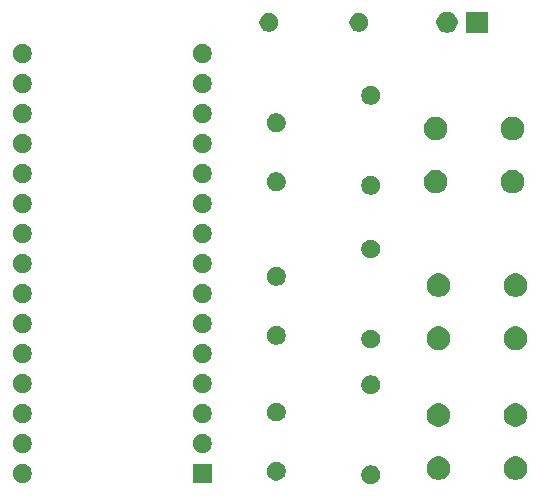
<source format=gbr>
%TF.GenerationSoftware,KiCad,Pcbnew,9.0.1*%
%TF.CreationDate,2025-04-21T23:45:22+05:30*%
%TF.ProjectId,L-1,4c2d312e-6b69-4636-9164-5f7063625858,rev?*%
%TF.SameCoordinates,Original*%
%TF.FileFunction,Soldermask,Bot*%
%TF.FilePolarity,Negative*%
%FSLAX46Y46*%
G04 Gerber Fmt 4.6, Leading zero omitted, Abs format (unit mm)*
G04 Created by KiCad (PCBNEW 9.0.1) date 2025-04-21 23:45:22*
%MOMM*%
%LPD*%
G01*
G04 APERTURE LIST*
G04 APERTURE END LIST*
G36*
X134232228Y-99544448D02*
G01*
X134377117Y-99604463D01*
X134507515Y-99691592D01*
X134618408Y-99802485D01*
X134705537Y-99932883D01*
X134765552Y-100077772D01*
X134796148Y-100231586D01*
X134796148Y-100388414D01*
X134765552Y-100542228D01*
X134705537Y-100687117D01*
X134618408Y-100817515D01*
X134507515Y-100928408D01*
X134377117Y-101015537D01*
X134232228Y-101075552D01*
X134078414Y-101106148D01*
X133921586Y-101106148D01*
X133767772Y-101075552D01*
X133622883Y-101015537D01*
X133492485Y-100928408D01*
X133381592Y-100817515D01*
X133294463Y-100687117D01*
X133234448Y-100542228D01*
X133203852Y-100388414D01*
X133203852Y-100231586D01*
X133234448Y-100077772D01*
X133294463Y-99932883D01*
X133381592Y-99802485D01*
X133492485Y-99691592D01*
X133622883Y-99604463D01*
X133767772Y-99544448D01*
X133921586Y-99513852D01*
X134078414Y-99513852D01*
X134232228Y-99544448D01*
G37*
G36*
X120540000Y-101000000D02*
G01*
X118940000Y-101000000D01*
X118940000Y-99400000D01*
X120540000Y-99400000D01*
X120540000Y-101000000D01*
G37*
G36*
X104732228Y-99434448D02*
G01*
X104877117Y-99494463D01*
X105007515Y-99581592D01*
X105118408Y-99692485D01*
X105205537Y-99822883D01*
X105265552Y-99967772D01*
X105296148Y-100121586D01*
X105296148Y-100278414D01*
X105265552Y-100432228D01*
X105205537Y-100577117D01*
X105118408Y-100707515D01*
X105007515Y-100818408D01*
X104877117Y-100905537D01*
X104732228Y-100965552D01*
X104578414Y-100996148D01*
X104421586Y-100996148D01*
X104267772Y-100965552D01*
X104122883Y-100905537D01*
X103992485Y-100818408D01*
X103881592Y-100707515D01*
X103794463Y-100577117D01*
X103734448Y-100432228D01*
X103703852Y-100278414D01*
X103703852Y-100121586D01*
X103734448Y-99967772D01*
X103794463Y-99822883D01*
X103881592Y-99692485D01*
X103992485Y-99581592D01*
X104122883Y-99494463D01*
X104267772Y-99434448D01*
X104421586Y-99403852D01*
X104578414Y-99403852D01*
X104732228Y-99434448D01*
G37*
G36*
X126232228Y-99234448D02*
G01*
X126377117Y-99294463D01*
X126507515Y-99381592D01*
X126618408Y-99492485D01*
X126705537Y-99622883D01*
X126765552Y-99767772D01*
X126796148Y-99921586D01*
X126796148Y-100078414D01*
X126765552Y-100232228D01*
X126705537Y-100377117D01*
X126618408Y-100507515D01*
X126507515Y-100618408D01*
X126377117Y-100705537D01*
X126232228Y-100765552D01*
X126078414Y-100796148D01*
X125921586Y-100796148D01*
X125767772Y-100765552D01*
X125622883Y-100705537D01*
X125492485Y-100618408D01*
X125381592Y-100507515D01*
X125294463Y-100377117D01*
X125234448Y-100232228D01*
X125203852Y-100078414D01*
X125203852Y-99921586D01*
X125234448Y-99767772D01*
X125294463Y-99622883D01*
X125381592Y-99492485D01*
X125492485Y-99381592D01*
X125622883Y-99294463D01*
X125767772Y-99234448D01*
X125921586Y-99203852D01*
X126078414Y-99203852D01*
X126232228Y-99234448D01*
G37*
G36*
X140040285Y-98793060D02*
G01*
X140221397Y-98868079D01*
X140384393Y-98976990D01*
X140523010Y-99115607D01*
X140631921Y-99278603D01*
X140706940Y-99459715D01*
X140745185Y-99651983D01*
X140745185Y-99848017D01*
X140706940Y-100040285D01*
X140631921Y-100221397D01*
X140523010Y-100384393D01*
X140384393Y-100523010D01*
X140221397Y-100631921D01*
X140040285Y-100706940D01*
X139848017Y-100745185D01*
X139651983Y-100745185D01*
X139459715Y-100706940D01*
X139278603Y-100631921D01*
X139115607Y-100523010D01*
X138976990Y-100384393D01*
X138868079Y-100221397D01*
X138793060Y-100040285D01*
X138754815Y-99848017D01*
X138754815Y-99651983D01*
X138793060Y-99459715D01*
X138868079Y-99278603D01*
X138976990Y-99115607D01*
X139115607Y-98976990D01*
X139278603Y-98868079D01*
X139459715Y-98793060D01*
X139651983Y-98754815D01*
X139848017Y-98754815D01*
X140040285Y-98793060D01*
G37*
G36*
X146540285Y-98793060D02*
G01*
X146721397Y-98868079D01*
X146884393Y-98976990D01*
X147023010Y-99115607D01*
X147131921Y-99278603D01*
X147206940Y-99459715D01*
X147245185Y-99651983D01*
X147245185Y-99848017D01*
X147206940Y-100040285D01*
X147131921Y-100221397D01*
X147023010Y-100384393D01*
X146884393Y-100523010D01*
X146721397Y-100631921D01*
X146540285Y-100706940D01*
X146348017Y-100745185D01*
X146151983Y-100745185D01*
X145959715Y-100706940D01*
X145778603Y-100631921D01*
X145615607Y-100523010D01*
X145476990Y-100384393D01*
X145368079Y-100221397D01*
X145293060Y-100040285D01*
X145254815Y-99848017D01*
X145254815Y-99651983D01*
X145293060Y-99459715D01*
X145368079Y-99278603D01*
X145476990Y-99115607D01*
X145615607Y-98976990D01*
X145778603Y-98868079D01*
X145959715Y-98793060D01*
X146151983Y-98754815D01*
X146348017Y-98754815D01*
X146540285Y-98793060D01*
G37*
G36*
X104732228Y-96894448D02*
G01*
X104877117Y-96954463D01*
X105007515Y-97041592D01*
X105118408Y-97152485D01*
X105205537Y-97282883D01*
X105265552Y-97427772D01*
X105296148Y-97581586D01*
X105296148Y-97738414D01*
X105265552Y-97892228D01*
X105205537Y-98037117D01*
X105118408Y-98167515D01*
X105007515Y-98278408D01*
X104877117Y-98365537D01*
X104732228Y-98425552D01*
X104578414Y-98456148D01*
X104421586Y-98456148D01*
X104267772Y-98425552D01*
X104122883Y-98365537D01*
X103992485Y-98278408D01*
X103881592Y-98167515D01*
X103794463Y-98037117D01*
X103734448Y-97892228D01*
X103703852Y-97738414D01*
X103703852Y-97581586D01*
X103734448Y-97427772D01*
X103794463Y-97282883D01*
X103881592Y-97152485D01*
X103992485Y-97041592D01*
X104122883Y-96954463D01*
X104267772Y-96894448D01*
X104421586Y-96863852D01*
X104578414Y-96863852D01*
X104732228Y-96894448D01*
G37*
G36*
X119972228Y-96894448D02*
G01*
X120117117Y-96954463D01*
X120247515Y-97041592D01*
X120358408Y-97152485D01*
X120445537Y-97282883D01*
X120505552Y-97427772D01*
X120536148Y-97581586D01*
X120536148Y-97738414D01*
X120505552Y-97892228D01*
X120445537Y-98037117D01*
X120358408Y-98167515D01*
X120247515Y-98278408D01*
X120117117Y-98365537D01*
X119972228Y-98425552D01*
X119818414Y-98456148D01*
X119661586Y-98456148D01*
X119507772Y-98425552D01*
X119362883Y-98365537D01*
X119232485Y-98278408D01*
X119121592Y-98167515D01*
X119034463Y-98037117D01*
X118974448Y-97892228D01*
X118943852Y-97738414D01*
X118943852Y-97581586D01*
X118974448Y-97427772D01*
X119034463Y-97282883D01*
X119121592Y-97152485D01*
X119232485Y-97041592D01*
X119362883Y-96954463D01*
X119507772Y-96894448D01*
X119661586Y-96863852D01*
X119818414Y-96863852D01*
X119972228Y-96894448D01*
G37*
G36*
X140040285Y-94293060D02*
G01*
X140221397Y-94368079D01*
X140384393Y-94476990D01*
X140523010Y-94615607D01*
X140631921Y-94778603D01*
X140706940Y-94959715D01*
X140745185Y-95151983D01*
X140745185Y-95348017D01*
X140706940Y-95540285D01*
X140631921Y-95721397D01*
X140523010Y-95884393D01*
X140384393Y-96023010D01*
X140221397Y-96131921D01*
X140040285Y-96206940D01*
X139848017Y-96245185D01*
X139651983Y-96245185D01*
X139459715Y-96206940D01*
X139278603Y-96131921D01*
X139115607Y-96023010D01*
X138976990Y-95884393D01*
X138868079Y-95721397D01*
X138793060Y-95540285D01*
X138754815Y-95348017D01*
X138754815Y-95151983D01*
X138793060Y-94959715D01*
X138868079Y-94778603D01*
X138976990Y-94615607D01*
X139115607Y-94476990D01*
X139278603Y-94368079D01*
X139459715Y-94293060D01*
X139651983Y-94254815D01*
X139848017Y-94254815D01*
X140040285Y-94293060D01*
G37*
G36*
X146540285Y-94293060D02*
G01*
X146721397Y-94368079D01*
X146884393Y-94476990D01*
X147023010Y-94615607D01*
X147131921Y-94778603D01*
X147206940Y-94959715D01*
X147245185Y-95151983D01*
X147245185Y-95348017D01*
X147206940Y-95540285D01*
X147131921Y-95721397D01*
X147023010Y-95884393D01*
X146884393Y-96023010D01*
X146721397Y-96131921D01*
X146540285Y-96206940D01*
X146348017Y-96245185D01*
X146151983Y-96245185D01*
X145959715Y-96206940D01*
X145778603Y-96131921D01*
X145615607Y-96023010D01*
X145476990Y-95884393D01*
X145368079Y-95721397D01*
X145293060Y-95540285D01*
X145254815Y-95348017D01*
X145254815Y-95151983D01*
X145293060Y-94959715D01*
X145368079Y-94778603D01*
X145476990Y-94615607D01*
X145615607Y-94476990D01*
X145778603Y-94368079D01*
X145959715Y-94293060D01*
X146151983Y-94254815D01*
X146348017Y-94254815D01*
X146540285Y-94293060D01*
G37*
G36*
X104732228Y-94354448D02*
G01*
X104877117Y-94414463D01*
X105007515Y-94501592D01*
X105118408Y-94612485D01*
X105205537Y-94742883D01*
X105265552Y-94887772D01*
X105296148Y-95041586D01*
X105296148Y-95198414D01*
X105265552Y-95352228D01*
X105205537Y-95497117D01*
X105118408Y-95627515D01*
X105007515Y-95738408D01*
X104877117Y-95825537D01*
X104732228Y-95885552D01*
X104578414Y-95916148D01*
X104421586Y-95916148D01*
X104267772Y-95885552D01*
X104122883Y-95825537D01*
X103992485Y-95738408D01*
X103881592Y-95627515D01*
X103794463Y-95497117D01*
X103734448Y-95352228D01*
X103703852Y-95198414D01*
X103703852Y-95041586D01*
X103734448Y-94887772D01*
X103794463Y-94742883D01*
X103881592Y-94612485D01*
X103992485Y-94501592D01*
X104122883Y-94414463D01*
X104267772Y-94354448D01*
X104421586Y-94323852D01*
X104578414Y-94323852D01*
X104732228Y-94354448D01*
G37*
G36*
X119972228Y-94354448D02*
G01*
X120117117Y-94414463D01*
X120247515Y-94501592D01*
X120358408Y-94612485D01*
X120445537Y-94742883D01*
X120505552Y-94887772D01*
X120536148Y-95041586D01*
X120536148Y-95198414D01*
X120505552Y-95352228D01*
X120445537Y-95497117D01*
X120358408Y-95627515D01*
X120247515Y-95738408D01*
X120117117Y-95825537D01*
X119972228Y-95885552D01*
X119818414Y-95916148D01*
X119661586Y-95916148D01*
X119507772Y-95885552D01*
X119362883Y-95825537D01*
X119232485Y-95738408D01*
X119121592Y-95627515D01*
X119034463Y-95497117D01*
X118974448Y-95352228D01*
X118943852Y-95198414D01*
X118943852Y-95041586D01*
X118974448Y-94887772D01*
X119034463Y-94742883D01*
X119121592Y-94612485D01*
X119232485Y-94501592D01*
X119362883Y-94414463D01*
X119507772Y-94354448D01*
X119661586Y-94323852D01*
X119818414Y-94323852D01*
X119972228Y-94354448D01*
G37*
G36*
X126232228Y-94234448D02*
G01*
X126377117Y-94294463D01*
X126507515Y-94381592D01*
X126618408Y-94492485D01*
X126705537Y-94622883D01*
X126765552Y-94767772D01*
X126796148Y-94921586D01*
X126796148Y-95078414D01*
X126765552Y-95232228D01*
X126705537Y-95377117D01*
X126618408Y-95507515D01*
X126507515Y-95618408D01*
X126377117Y-95705537D01*
X126232228Y-95765552D01*
X126078414Y-95796148D01*
X125921586Y-95796148D01*
X125767772Y-95765552D01*
X125622883Y-95705537D01*
X125492485Y-95618408D01*
X125381592Y-95507515D01*
X125294463Y-95377117D01*
X125234448Y-95232228D01*
X125203852Y-95078414D01*
X125203852Y-94921586D01*
X125234448Y-94767772D01*
X125294463Y-94622883D01*
X125381592Y-94492485D01*
X125492485Y-94381592D01*
X125622883Y-94294463D01*
X125767772Y-94234448D01*
X125921586Y-94203852D01*
X126078414Y-94203852D01*
X126232228Y-94234448D01*
G37*
G36*
X134232228Y-91924448D02*
G01*
X134377117Y-91984463D01*
X134507515Y-92071592D01*
X134618408Y-92182485D01*
X134705537Y-92312883D01*
X134765552Y-92457772D01*
X134796148Y-92611586D01*
X134796148Y-92768414D01*
X134765552Y-92922228D01*
X134705537Y-93067117D01*
X134618408Y-93197515D01*
X134507515Y-93308408D01*
X134377117Y-93395537D01*
X134232228Y-93455552D01*
X134078414Y-93486148D01*
X133921586Y-93486148D01*
X133767772Y-93455552D01*
X133622883Y-93395537D01*
X133492485Y-93308408D01*
X133381592Y-93197515D01*
X133294463Y-93067117D01*
X133234448Y-92922228D01*
X133203852Y-92768414D01*
X133203852Y-92611586D01*
X133234448Y-92457772D01*
X133294463Y-92312883D01*
X133381592Y-92182485D01*
X133492485Y-92071592D01*
X133622883Y-91984463D01*
X133767772Y-91924448D01*
X133921586Y-91893852D01*
X134078414Y-91893852D01*
X134232228Y-91924448D01*
G37*
G36*
X104732228Y-91814448D02*
G01*
X104877117Y-91874463D01*
X105007515Y-91961592D01*
X105118408Y-92072485D01*
X105205537Y-92202883D01*
X105265552Y-92347772D01*
X105296148Y-92501586D01*
X105296148Y-92658414D01*
X105265552Y-92812228D01*
X105205537Y-92957117D01*
X105118408Y-93087515D01*
X105007515Y-93198408D01*
X104877117Y-93285537D01*
X104732228Y-93345552D01*
X104578414Y-93376148D01*
X104421586Y-93376148D01*
X104267772Y-93345552D01*
X104122883Y-93285537D01*
X103992485Y-93198408D01*
X103881592Y-93087515D01*
X103794463Y-92957117D01*
X103734448Y-92812228D01*
X103703852Y-92658414D01*
X103703852Y-92501586D01*
X103734448Y-92347772D01*
X103794463Y-92202883D01*
X103881592Y-92072485D01*
X103992485Y-91961592D01*
X104122883Y-91874463D01*
X104267772Y-91814448D01*
X104421586Y-91783852D01*
X104578414Y-91783852D01*
X104732228Y-91814448D01*
G37*
G36*
X119972228Y-91814448D02*
G01*
X120117117Y-91874463D01*
X120247515Y-91961592D01*
X120358408Y-92072485D01*
X120445537Y-92202883D01*
X120505552Y-92347772D01*
X120536148Y-92501586D01*
X120536148Y-92658414D01*
X120505552Y-92812228D01*
X120445537Y-92957117D01*
X120358408Y-93087515D01*
X120247515Y-93198408D01*
X120117117Y-93285537D01*
X119972228Y-93345552D01*
X119818414Y-93376148D01*
X119661586Y-93376148D01*
X119507772Y-93345552D01*
X119362883Y-93285537D01*
X119232485Y-93198408D01*
X119121592Y-93087515D01*
X119034463Y-92957117D01*
X118974448Y-92812228D01*
X118943852Y-92658414D01*
X118943852Y-92501586D01*
X118974448Y-92347772D01*
X119034463Y-92202883D01*
X119121592Y-92072485D01*
X119232485Y-91961592D01*
X119362883Y-91874463D01*
X119507772Y-91814448D01*
X119661586Y-91783852D01*
X119818414Y-91783852D01*
X119972228Y-91814448D01*
G37*
G36*
X104732228Y-89274448D02*
G01*
X104877117Y-89334463D01*
X105007515Y-89421592D01*
X105118408Y-89532485D01*
X105205537Y-89662883D01*
X105265552Y-89807772D01*
X105296148Y-89961586D01*
X105296148Y-90118414D01*
X105265552Y-90272228D01*
X105205537Y-90417117D01*
X105118408Y-90547515D01*
X105007515Y-90658408D01*
X104877117Y-90745537D01*
X104732228Y-90805552D01*
X104578414Y-90836148D01*
X104421586Y-90836148D01*
X104267772Y-90805552D01*
X104122883Y-90745537D01*
X103992485Y-90658408D01*
X103881592Y-90547515D01*
X103794463Y-90417117D01*
X103734448Y-90272228D01*
X103703852Y-90118414D01*
X103703852Y-89961586D01*
X103734448Y-89807772D01*
X103794463Y-89662883D01*
X103881592Y-89532485D01*
X103992485Y-89421592D01*
X104122883Y-89334463D01*
X104267772Y-89274448D01*
X104421586Y-89243852D01*
X104578414Y-89243852D01*
X104732228Y-89274448D01*
G37*
G36*
X119972228Y-89274448D02*
G01*
X120117117Y-89334463D01*
X120247515Y-89421592D01*
X120358408Y-89532485D01*
X120445537Y-89662883D01*
X120505552Y-89807772D01*
X120536148Y-89961586D01*
X120536148Y-90118414D01*
X120505552Y-90272228D01*
X120445537Y-90417117D01*
X120358408Y-90547515D01*
X120247515Y-90658408D01*
X120117117Y-90745537D01*
X119972228Y-90805552D01*
X119818414Y-90836148D01*
X119661586Y-90836148D01*
X119507772Y-90805552D01*
X119362883Y-90745537D01*
X119232485Y-90658408D01*
X119121592Y-90547515D01*
X119034463Y-90417117D01*
X118974448Y-90272228D01*
X118943852Y-90118414D01*
X118943852Y-89961586D01*
X118974448Y-89807772D01*
X119034463Y-89662883D01*
X119121592Y-89532485D01*
X119232485Y-89421592D01*
X119362883Y-89334463D01*
X119507772Y-89274448D01*
X119661586Y-89243852D01*
X119818414Y-89243852D01*
X119972228Y-89274448D01*
G37*
G36*
X140040285Y-87793060D02*
G01*
X140221397Y-87868079D01*
X140384393Y-87976990D01*
X140523010Y-88115607D01*
X140631921Y-88278603D01*
X140706940Y-88459715D01*
X140745185Y-88651983D01*
X140745185Y-88848017D01*
X140706940Y-89040285D01*
X140631921Y-89221397D01*
X140523010Y-89384393D01*
X140384393Y-89523010D01*
X140221397Y-89631921D01*
X140040285Y-89706940D01*
X139848017Y-89745185D01*
X139651983Y-89745185D01*
X139459715Y-89706940D01*
X139278603Y-89631921D01*
X139115607Y-89523010D01*
X138976990Y-89384393D01*
X138868079Y-89221397D01*
X138793060Y-89040285D01*
X138754815Y-88848017D01*
X138754815Y-88651983D01*
X138793060Y-88459715D01*
X138868079Y-88278603D01*
X138976990Y-88115607D01*
X139115607Y-87976990D01*
X139278603Y-87868079D01*
X139459715Y-87793060D01*
X139651983Y-87754815D01*
X139848017Y-87754815D01*
X140040285Y-87793060D01*
G37*
G36*
X146540285Y-87793060D02*
G01*
X146721397Y-87868079D01*
X146884393Y-87976990D01*
X147023010Y-88115607D01*
X147131921Y-88278603D01*
X147206940Y-88459715D01*
X147245185Y-88651983D01*
X147245185Y-88848017D01*
X147206940Y-89040285D01*
X147131921Y-89221397D01*
X147023010Y-89384393D01*
X146884393Y-89523010D01*
X146721397Y-89631921D01*
X146540285Y-89706940D01*
X146348017Y-89745185D01*
X146151983Y-89745185D01*
X145959715Y-89706940D01*
X145778603Y-89631921D01*
X145615607Y-89523010D01*
X145476990Y-89384393D01*
X145368079Y-89221397D01*
X145293060Y-89040285D01*
X145254815Y-88848017D01*
X145254815Y-88651983D01*
X145293060Y-88459715D01*
X145368079Y-88278603D01*
X145476990Y-88115607D01*
X145615607Y-87976990D01*
X145778603Y-87868079D01*
X145959715Y-87793060D01*
X146151983Y-87754815D01*
X146348017Y-87754815D01*
X146540285Y-87793060D01*
G37*
G36*
X134232228Y-88044448D02*
G01*
X134377117Y-88104463D01*
X134507515Y-88191592D01*
X134618408Y-88302485D01*
X134705537Y-88432883D01*
X134765552Y-88577772D01*
X134796148Y-88731586D01*
X134796148Y-88888414D01*
X134765552Y-89042228D01*
X134705537Y-89187117D01*
X134618408Y-89317515D01*
X134507515Y-89428408D01*
X134377117Y-89515537D01*
X134232228Y-89575552D01*
X134078414Y-89606148D01*
X133921586Y-89606148D01*
X133767772Y-89575552D01*
X133622883Y-89515537D01*
X133492485Y-89428408D01*
X133381592Y-89317515D01*
X133294463Y-89187117D01*
X133234448Y-89042228D01*
X133203852Y-88888414D01*
X133203852Y-88731586D01*
X133234448Y-88577772D01*
X133294463Y-88432883D01*
X133381592Y-88302485D01*
X133492485Y-88191592D01*
X133622883Y-88104463D01*
X133767772Y-88044448D01*
X133921586Y-88013852D01*
X134078414Y-88013852D01*
X134232228Y-88044448D01*
G37*
G36*
X126232228Y-87734448D02*
G01*
X126377117Y-87794463D01*
X126507515Y-87881592D01*
X126618408Y-87992485D01*
X126705537Y-88122883D01*
X126765552Y-88267772D01*
X126796148Y-88421586D01*
X126796148Y-88578414D01*
X126765552Y-88732228D01*
X126705537Y-88877117D01*
X126618408Y-89007515D01*
X126507515Y-89118408D01*
X126377117Y-89205537D01*
X126232228Y-89265552D01*
X126078414Y-89296148D01*
X125921586Y-89296148D01*
X125767772Y-89265552D01*
X125622883Y-89205537D01*
X125492485Y-89118408D01*
X125381592Y-89007515D01*
X125294463Y-88877117D01*
X125234448Y-88732228D01*
X125203852Y-88578414D01*
X125203852Y-88421586D01*
X125234448Y-88267772D01*
X125294463Y-88122883D01*
X125381592Y-87992485D01*
X125492485Y-87881592D01*
X125622883Y-87794463D01*
X125767772Y-87734448D01*
X125921586Y-87703852D01*
X126078414Y-87703852D01*
X126232228Y-87734448D01*
G37*
G36*
X104732228Y-86734448D02*
G01*
X104877117Y-86794463D01*
X105007515Y-86881592D01*
X105118408Y-86992485D01*
X105205537Y-87122883D01*
X105265552Y-87267772D01*
X105296148Y-87421586D01*
X105296148Y-87578414D01*
X105265552Y-87732228D01*
X105205537Y-87877117D01*
X105118408Y-88007515D01*
X105007515Y-88118408D01*
X104877117Y-88205537D01*
X104732228Y-88265552D01*
X104578414Y-88296148D01*
X104421586Y-88296148D01*
X104267772Y-88265552D01*
X104122883Y-88205537D01*
X103992485Y-88118408D01*
X103881592Y-88007515D01*
X103794463Y-87877117D01*
X103734448Y-87732228D01*
X103703852Y-87578414D01*
X103703852Y-87421586D01*
X103734448Y-87267772D01*
X103794463Y-87122883D01*
X103881592Y-86992485D01*
X103992485Y-86881592D01*
X104122883Y-86794463D01*
X104267772Y-86734448D01*
X104421586Y-86703852D01*
X104578414Y-86703852D01*
X104732228Y-86734448D01*
G37*
G36*
X119972228Y-86734448D02*
G01*
X120117117Y-86794463D01*
X120247515Y-86881592D01*
X120358408Y-86992485D01*
X120445537Y-87122883D01*
X120505552Y-87267772D01*
X120536148Y-87421586D01*
X120536148Y-87578414D01*
X120505552Y-87732228D01*
X120445537Y-87877117D01*
X120358408Y-88007515D01*
X120247515Y-88118408D01*
X120117117Y-88205537D01*
X119972228Y-88265552D01*
X119818414Y-88296148D01*
X119661586Y-88296148D01*
X119507772Y-88265552D01*
X119362883Y-88205537D01*
X119232485Y-88118408D01*
X119121592Y-88007515D01*
X119034463Y-87877117D01*
X118974448Y-87732228D01*
X118943852Y-87578414D01*
X118943852Y-87421586D01*
X118974448Y-87267772D01*
X119034463Y-87122883D01*
X119121592Y-86992485D01*
X119232485Y-86881592D01*
X119362883Y-86794463D01*
X119507772Y-86734448D01*
X119661586Y-86703852D01*
X119818414Y-86703852D01*
X119972228Y-86734448D01*
G37*
G36*
X104732228Y-84194448D02*
G01*
X104877117Y-84254463D01*
X105007515Y-84341592D01*
X105118408Y-84452485D01*
X105205537Y-84582883D01*
X105265552Y-84727772D01*
X105296148Y-84881586D01*
X105296148Y-85038414D01*
X105265552Y-85192228D01*
X105205537Y-85337117D01*
X105118408Y-85467515D01*
X105007515Y-85578408D01*
X104877117Y-85665537D01*
X104732228Y-85725552D01*
X104578414Y-85756148D01*
X104421586Y-85756148D01*
X104267772Y-85725552D01*
X104122883Y-85665537D01*
X103992485Y-85578408D01*
X103881592Y-85467515D01*
X103794463Y-85337117D01*
X103734448Y-85192228D01*
X103703852Y-85038414D01*
X103703852Y-84881586D01*
X103734448Y-84727772D01*
X103794463Y-84582883D01*
X103881592Y-84452485D01*
X103992485Y-84341592D01*
X104122883Y-84254463D01*
X104267772Y-84194448D01*
X104421586Y-84163852D01*
X104578414Y-84163852D01*
X104732228Y-84194448D01*
G37*
G36*
X119972228Y-84194448D02*
G01*
X120117117Y-84254463D01*
X120247515Y-84341592D01*
X120358408Y-84452485D01*
X120445537Y-84582883D01*
X120505552Y-84727772D01*
X120536148Y-84881586D01*
X120536148Y-85038414D01*
X120505552Y-85192228D01*
X120445537Y-85337117D01*
X120358408Y-85467515D01*
X120247515Y-85578408D01*
X120117117Y-85665537D01*
X119972228Y-85725552D01*
X119818414Y-85756148D01*
X119661586Y-85756148D01*
X119507772Y-85725552D01*
X119362883Y-85665537D01*
X119232485Y-85578408D01*
X119121592Y-85467515D01*
X119034463Y-85337117D01*
X118974448Y-85192228D01*
X118943852Y-85038414D01*
X118943852Y-84881586D01*
X118974448Y-84727772D01*
X119034463Y-84582883D01*
X119121592Y-84452485D01*
X119232485Y-84341592D01*
X119362883Y-84254463D01*
X119507772Y-84194448D01*
X119661586Y-84163852D01*
X119818414Y-84163852D01*
X119972228Y-84194448D01*
G37*
G36*
X140040285Y-83293060D02*
G01*
X140221397Y-83368079D01*
X140384393Y-83476990D01*
X140523010Y-83615607D01*
X140631921Y-83778603D01*
X140706940Y-83959715D01*
X140745185Y-84151983D01*
X140745185Y-84348017D01*
X140706940Y-84540285D01*
X140631921Y-84721397D01*
X140523010Y-84884393D01*
X140384393Y-85023010D01*
X140221397Y-85131921D01*
X140040285Y-85206940D01*
X139848017Y-85245185D01*
X139651983Y-85245185D01*
X139459715Y-85206940D01*
X139278603Y-85131921D01*
X139115607Y-85023010D01*
X138976990Y-84884393D01*
X138868079Y-84721397D01*
X138793060Y-84540285D01*
X138754815Y-84348017D01*
X138754815Y-84151983D01*
X138793060Y-83959715D01*
X138868079Y-83778603D01*
X138976990Y-83615607D01*
X139115607Y-83476990D01*
X139278603Y-83368079D01*
X139459715Y-83293060D01*
X139651983Y-83254815D01*
X139848017Y-83254815D01*
X140040285Y-83293060D01*
G37*
G36*
X146540285Y-83293060D02*
G01*
X146721397Y-83368079D01*
X146884393Y-83476990D01*
X147023010Y-83615607D01*
X147131921Y-83778603D01*
X147206940Y-83959715D01*
X147245185Y-84151983D01*
X147245185Y-84348017D01*
X147206940Y-84540285D01*
X147131921Y-84721397D01*
X147023010Y-84884393D01*
X146884393Y-85023010D01*
X146721397Y-85131921D01*
X146540285Y-85206940D01*
X146348017Y-85245185D01*
X146151983Y-85245185D01*
X145959715Y-85206940D01*
X145778603Y-85131921D01*
X145615607Y-85023010D01*
X145476990Y-84884393D01*
X145368079Y-84721397D01*
X145293060Y-84540285D01*
X145254815Y-84348017D01*
X145254815Y-84151983D01*
X145293060Y-83959715D01*
X145368079Y-83778603D01*
X145476990Y-83615607D01*
X145615607Y-83476990D01*
X145778603Y-83368079D01*
X145959715Y-83293060D01*
X146151983Y-83254815D01*
X146348017Y-83254815D01*
X146540285Y-83293060D01*
G37*
G36*
X126232228Y-82734448D02*
G01*
X126377117Y-82794463D01*
X126507515Y-82881592D01*
X126618408Y-82992485D01*
X126705537Y-83122883D01*
X126765552Y-83267772D01*
X126796148Y-83421586D01*
X126796148Y-83578414D01*
X126765552Y-83732228D01*
X126705537Y-83877117D01*
X126618408Y-84007515D01*
X126507515Y-84118408D01*
X126377117Y-84205537D01*
X126232228Y-84265552D01*
X126078414Y-84296148D01*
X125921586Y-84296148D01*
X125767772Y-84265552D01*
X125622883Y-84205537D01*
X125492485Y-84118408D01*
X125381592Y-84007515D01*
X125294463Y-83877117D01*
X125234448Y-83732228D01*
X125203852Y-83578414D01*
X125203852Y-83421586D01*
X125234448Y-83267772D01*
X125294463Y-83122883D01*
X125381592Y-82992485D01*
X125492485Y-82881592D01*
X125622883Y-82794463D01*
X125767772Y-82734448D01*
X125921586Y-82703852D01*
X126078414Y-82703852D01*
X126232228Y-82734448D01*
G37*
G36*
X104732228Y-81654448D02*
G01*
X104877117Y-81714463D01*
X105007515Y-81801592D01*
X105118408Y-81912485D01*
X105205537Y-82042883D01*
X105265552Y-82187772D01*
X105296148Y-82341586D01*
X105296148Y-82498414D01*
X105265552Y-82652228D01*
X105205537Y-82797117D01*
X105118408Y-82927515D01*
X105007515Y-83038408D01*
X104877117Y-83125537D01*
X104732228Y-83185552D01*
X104578414Y-83216148D01*
X104421586Y-83216148D01*
X104267772Y-83185552D01*
X104122883Y-83125537D01*
X103992485Y-83038408D01*
X103881592Y-82927515D01*
X103794463Y-82797117D01*
X103734448Y-82652228D01*
X103703852Y-82498414D01*
X103703852Y-82341586D01*
X103734448Y-82187772D01*
X103794463Y-82042883D01*
X103881592Y-81912485D01*
X103992485Y-81801592D01*
X104122883Y-81714463D01*
X104267772Y-81654448D01*
X104421586Y-81623852D01*
X104578414Y-81623852D01*
X104732228Y-81654448D01*
G37*
G36*
X119972228Y-81654448D02*
G01*
X120117117Y-81714463D01*
X120247515Y-81801592D01*
X120358408Y-81912485D01*
X120445537Y-82042883D01*
X120505552Y-82187772D01*
X120536148Y-82341586D01*
X120536148Y-82498414D01*
X120505552Y-82652228D01*
X120445537Y-82797117D01*
X120358408Y-82927515D01*
X120247515Y-83038408D01*
X120117117Y-83125537D01*
X119972228Y-83185552D01*
X119818414Y-83216148D01*
X119661586Y-83216148D01*
X119507772Y-83185552D01*
X119362883Y-83125537D01*
X119232485Y-83038408D01*
X119121592Y-82927515D01*
X119034463Y-82797117D01*
X118974448Y-82652228D01*
X118943852Y-82498414D01*
X118943852Y-82341586D01*
X118974448Y-82187772D01*
X119034463Y-82042883D01*
X119121592Y-81912485D01*
X119232485Y-81801592D01*
X119362883Y-81714463D01*
X119507772Y-81654448D01*
X119661586Y-81623852D01*
X119818414Y-81623852D01*
X119972228Y-81654448D01*
G37*
G36*
X134232228Y-80424448D02*
G01*
X134377117Y-80484463D01*
X134507515Y-80571592D01*
X134618408Y-80682485D01*
X134705537Y-80812883D01*
X134765552Y-80957772D01*
X134796148Y-81111586D01*
X134796148Y-81268414D01*
X134765552Y-81422228D01*
X134705537Y-81567117D01*
X134618408Y-81697515D01*
X134507515Y-81808408D01*
X134377117Y-81895537D01*
X134232228Y-81955552D01*
X134078414Y-81986148D01*
X133921586Y-81986148D01*
X133767772Y-81955552D01*
X133622883Y-81895537D01*
X133492485Y-81808408D01*
X133381592Y-81697515D01*
X133294463Y-81567117D01*
X133234448Y-81422228D01*
X133203852Y-81268414D01*
X133203852Y-81111586D01*
X133234448Y-80957772D01*
X133294463Y-80812883D01*
X133381592Y-80682485D01*
X133492485Y-80571592D01*
X133622883Y-80484463D01*
X133767772Y-80424448D01*
X133921586Y-80393852D01*
X134078414Y-80393852D01*
X134232228Y-80424448D01*
G37*
G36*
X104732228Y-79114448D02*
G01*
X104877117Y-79174463D01*
X105007515Y-79261592D01*
X105118408Y-79372485D01*
X105205537Y-79502883D01*
X105265552Y-79647772D01*
X105296148Y-79801586D01*
X105296148Y-79958414D01*
X105265552Y-80112228D01*
X105205537Y-80257117D01*
X105118408Y-80387515D01*
X105007515Y-80498408D01*
X104877117Y-80585537D01*
X104732228Y-80645552D01*
X104578414Y-80676148D01*
X104421586Y-80676148D01*
X104267772Y-80645552D01*
X104122883Y-80585537D01*
X103992485Y-80498408D01*
X103881592Y-80387515D01*
X103794463Y-80257117D01*
X103734448Y-80112228D01*
X103703852Y-79958414D01*
X103703852Y-79801586D01*
X103734448Y-79647772D01*
X103794463Y-79502883D01*
X103881592Y-79372485D01*
X103992485Y-79261592D01*
X104122883Y-79174463D01*
X104267772Y-79114448D01*
X104421586Y-79083852D01*
X104578414Y-79083852D01*
X104732228Y-79114448D01*
G37*
G36*
X119972228Y-79114448D02*
G01*
X120117117Y-79174463D01*
X120247515Y-79261592D01*
X120358408Y-79372485D01*
X120445537Y-79502883D01*
X120505552Y-79647772D01*
X120536148Y-79801586D01*
X120536148Y-79958414D01*
X120505552Y-80112228D01*
X120445537Y-80257117D01*
X120358408Y-80387515D01*
X120247515Y-80498408D01*
X120117117Y-80585537D01*
X119972228Y-80645552D01*
X119818414Y-80676148D01*
X119661586Y-80676148D01*
X119507772Y-80645552D01*
X119362883Y-80585537D01*
X119232485Y-80498408D01*
X119121592Y-80387515D01*
X119034463Y-80257117D01*
X118974448Y-80112228D01*
X118943852Y-79958414D01*
X118943852Y-79801586D01*
X118974448Y-79647772D01*
X119034463Y-79502883D01*
X119121592Y-79372485D01*
X119232485Y-79261592D01*
X119362883Y-79174463D01*
X119507772Y-79114448D01*
X119661586Y-79083852D01*
X119818414Y-79083852D01*
X119972228Y-79114448D01*
G37*
G36*
X104732228Y-76574448D02*
G01*
X104877117Y-76634463D01*
X105007515Y-76721592D01*
X105118408Y-76832485D01*
X105205537Y-76962883D01*
X105265552Y-77107772D01*
X105296148Y-77261586D01*
X105296148Y-77418414D01*
X105265552Y-77572228D01*
X105205537Y-77717117D01*
X105118408Y-77847515D01*
X105007515Y-77958408D01*
X104877117Y-78045537D01*
X104732228Y-78105552D01*
X104578414Y-78136148D01*
X104421586Y-78136148D01*
X104267772Y-78105552D01*
X104122883Y-78045537D01*
X103992485Y-77958408D01*
X103881592Y-77847515D01*
X103794463Y-77717117D01*
X103734448Y-77572228D01*
X103703852Y-77418414D01*
X103703852Y-77261586D01*
X103734448Y-77107772D01*
X103794463Y-76962883D01*
X103881592Y-76832485D01*
X103992485Y-76721592D01*
X104122883Y-76634463D01*
X104267772Y-76574448D01*
X104421586Y-76543852D01*
X104578414Y-76543852D01*
X104732228Y-76574448D01*
G37*
G36*
X119972228Y-76574448D02*
G01*
X120117117Y-76634463D01*
X120247515Y-76721592D01*
X120358408Y-76832485D01*
X120445537Y-76962883D01*
X120505552Y-77107772D01*
X120536148Y-77261586D01*
X120536148Y-77418414D01*
X120505552Y-77572228D01*
X120445537Y-77717117D01*
X120358408Y-77847515D01*
X120247515Y-77958408D01*
X120117117Y-78045537D01*
X119972228Y-78105552D01*
X119818414Y-78136148D01*
X119661586Y-78136148D01*
X119507772Y-78105552D01*
X119362883Y-78045537D01*
X119232485Y-77958408D01*
X119121592Y-77847515D01*
X119034463Y-77717117D01*
X118974448Y-77572228D01*
X118943852Y-77418414D01*
X118943852Y-77261586D01*
X118974448Y-77107772D01*
X119034463Y-76962883D01*
X119121592Y-76832485D01*
X119232485Y-76721592D01*
X119362883Y-76634463D01*
X119507772Y-76574448D01*
X119661586Y-76543852D01*
X119818414Y-76543852D01*
X119972228Y-76574448D01*
G37*
G36*
X134232228Y-75044448D02*
G01*
X134377117Y-75104463D01*
X134507515Y-75191592D01*
X134618408Y-75302485D01*
X134705537Y-75432883D01*
X134765552Y-75577772D01*
X134796148Y-75731586D01*
X134796148Y-75888414D01*
X134765552Y-76042228D01*
X134705537Y-76187117D01*
X134618408Y-76317515D01*
X134507515Y-76428408D01*
X134377117Y-76515537D01*
X134232228Y-76575552D01*
X134078414Y-76606148D01*
X133921586Y-76606148D01*
X133767772Y-76575552D01*
X133622883Y-76515537D01*
X133492485Y-76428408D01*
X133381592Y-76317515D01*
X133294463Y-76187117D01*
X133234448Y-76042228D01*
X133203852Y-75888414D01*
X133203852Y-75731586D01*
X133234448Y-75577772D01*
X133294463Y-75432883D01*
X133381592Y-75302485D01*
X133492485Y-75191592D01*
X133622883Y-75104463D01*
X133767772Y-75044448D01*
X133921586Y-75013852D01*
X134078414Y-75013852D01*
X134232228Y-75044448D01*
G37*
G36*
X139790285Y-74543060D02*
G01*
X139971397Y-74618079D01*
X140134393Y-74726990D01*
X140273010Y-74865607D01*
X140381921Y-75028603D01*
X140456940Y-75209715D01*
X140495185Y-75401983D01*
X140495185Y-75598017D01*
X140456940Y-75790285D01*
X140381921Y-75971397D01*
X140273010Y-76134393D01*
X140134393Y-76273010D01*
X139971397Y-76381921D01*
X139790285Y-76456940D01*
X139598017Y-76495185D01*
X139401983Y-76495185D01*
X139209715Y-76456940D01*
X139028603Y-76381921D01*
X138865607Y-76273010D01*
X138726990Y-76134393D01*
X138618079Y-75971397D01*
X138543060Y-75790285D01*
X138504815Y-75598017D01*
X138504815Y-75401983D01*
X138543060Y-75209715D01*
X138618079Y-75028603D01*
X138726990Y-74865607D01*
X138865607Y-74726990D01*
X139028603Y-74618079D01*
X139209715Y-74543060D01*
X139401983Y-74504815D01*
X139598017Y-74504815D01*
X139790285Y-74543060D01*
G37*
G36*
X146290285Y-74543060D02*
G01*
X146471397Y-74618079D01*
X146634393Y-74726990D01*
X146773010Y-74865607D01*
X146881921Y-75028603D01*
X146956940Y-75209715D01*
X146995185Y-75401983D01*
X146995185Y-75598017D01*
X146956940Y-75790285D01*
X146881921Y-75971397D01*
X146773010Y-76134393D01*
X146634393Y-76273010D01*
X146471397Y-76381921D01*
X146290285Y-76456940D01*
X146098017Y-76495185D01*
X145901983Y-76495185D01*
X145709715Y-76456940D01*
X145528603Y-76381921D01*
X145365607Y-76273010D01*
X145226990Y-76134393D01*
X145118079Y-75971397D01*
X145043060Y-75790285D01*
X145004815Y-75598017D01*
X145004815Y-75401983D01*
X145043060Y-75209715D01*
X145118079Y-75028603D01*
X145226990Y-74865607D01*
X145365607Y-74726990D01*
X145528603Y-74618079D01*
X145709715Y-74543060D01*
X145901983Y-74504815D01*
X146098017Y-74504815D01*
X146290285Y-74543060D01*
G37*
G36*
X126232228Y-74734448D02*
G01*
X126377117Y-74794463D01*
X126507515Y-74881592D01*
X126618408Y-74992485D01*
X126705537Y-75122883D01*
X126765552Y-75267772D01*
X126796148Y-75421586D01*
X126796148Y-75578414D01*
X126765552Y-75732228D01*
X126705537Y-75877117D01*
X126618408Y-76007515D01*
X126507515Y-76118408D01*
X126377117Y-76205537D01*
X126232228Y-76265552D01*
X126078414Y-76296148D01*
X125921586Y-76296148D01*
X125767772Y-76265552D01*
X125622883Y-76205537D01*
X125492485Y-76118408D01*
X125381592Y-76007515D01*
X125294463Y-75877117D01*
X125234448Y-75732228D01*
X125203852Y-75578414D01*
X125203852Y-75421586D01*
X125234448Y-75267772D01*
X125294463Y-75122883D01*
X125381592Y-74992485D01*
X125492485Y-74881592D01*
X125622883Y-74794463D01*
X125767772Y-74734448D01*
X125921586Y-74703852D01*
X126078414Y-74703852D01*
X126232228Y-74734448D01*
G37*
G36*
X104732228Y-74034448D02*
G01*
X104877117Y-74094463D01*
X105007515Y-74181592D01*
X105118408Y-74292485D01*
X105205537Y-74422883D01*
X105265552Y-74567772D01*
X105296148Y-74721586D01*
X105296148Y-74878414D01*
X105265552Y-75032228D01*
X105205537Y-75177117D01*
X105118408Y-75307515D01*
X105007515Y-75418408D01*
X104877117Y-75505537D01*
X104732228Y-75565552D01*
X104578414Y-75596148D01*
X104421586Y-75596148D01*
X104267772Y-75565552D01*
X104122883Y-75505537D01*
X103992485Y-75418408D01*
X103881592Y-75307515D01*
X103794463Y-75177117D01*
X103734448Y-75032228D01*
X103703852Y-74878414D01*
X103703852Y-74721586D01*
X103734448Y-74567772D01*
X103794463Y-74422883D01*
X103881592Y-74292485D01*
X103992485Y-74181592D01*
X104122883Y-74094463D01*
X104267772Y-74034448D01*
X104421586Y-74003852D01*
X104578414Y-74003852D01*
X104732228Y-74034448D01*
G37*
G36*
X119972228Y-74034448D02*
G01*
X120117117Y-74094463D01*
X120247515Y-74181592D01*
X120358408Y-74292485D01*
X120445537Y-74422883D01*
X120505552Y-74567772D01*
X120536148Y-74721586D01*
X120536148Y-74878414D01*
X120505552Y-75032228D01*
X120445537Y-75177117D01*
X120358408Y-75307515D01*
X120247515Y-75418408D01*
X120117117Y-75505537D01*
X119972228Y-75565552D01*
X119818414Y-75596148D01*
X119661586Y-75596148D01*
X119507772Y-75565552D01*
X119362883Y-75505537D01*
X119232485Y-75418408D01*
X119121592Y-75307515D01*
X119034463Y-75177117D01*
X118974448Y-75032228D01*
X118943852Y-74878414D01*
X118943852Y-74721586D01*
X118974448Y-74567772D01*
X119034463Y-74422883D01*
X119121592Y-74292485D01*
X119232485Y-74181592D01*
X119362883Y-74094463D01*
X119507772Y-74034448D01*
X119661586Y-74003852D01*
X119818414Y-74003852D01*
X119972228Y-74034448D01*
G37*
G36*
X104732228Y-71494448D02*
G01*
X104877117Y-71554463D01*
X105007515Y-71641592D01*
X105118408Y-71752485D01*
X105205537Y-71882883D01*
X105265552Y-72027772D01*
X105296148Y-72181586D01*
X105296148Y-72338414D01*
X105265552Y-72492228D01*
X105205537Y-72637117D01*
X105118408Y-72767515D01*
X105007515Y-72878408D01*
X104877117Y-72965537D01*
X104732228Y-73025552D01*
X104578414Y-73056148D01*
X104421586Y-73056148D01*
X104267772Y-73025552D01*
X104122883Y-72965537D01*
X103992485Y-72878408D01*
X103881592Y-72767515D01*
X103794463Y-72637117D01*
X103734448Y-72492228D01*
X103703852Y-72338414D01*
X103703852Y-72181586D01*
X103734448Y-72027772D01*
X103794463Y-71882883D01*
X103881592Y-71752485D01*
X103992485Y-71641592D01*
X104122883Y-71554463D01*
X104267772Y-71494448D01*
X104421586Y-71463852D01*
X104578414Y-71463852D01*
X104732228Y-71494448D01*
G37*
G36*
X119972228Y-71494448D02*
G01*
X120117117Y-71554463D01*
X120247515Y-71641592D01*
X120358408Y-71752485D01*
X120445537Y-71882883D01*
X120505552Y-72027772D01*
X120536148Y-72181586D01*
X120536148Y-72338414D01*
X120505552Y-72492228D01*
X120445537Y-72637117D01*
X120358408Y-72767515D01*
X120247515Y-72878408D01*
X120117117Y-72965537D01*
X119972228Y-73025552D01*
X119818414Y-73056148D01*
X119661586Y-73056148D01*
X119507772Y-73025552D01*
X119362883Y-72965537D01*
X119232485Y-72878408D01*
X119121592Y-72767515D01*
X119034463Y-72637117D01*
X118974448Y-72492228D01*
X118943852Y-72338414D01*
X118943852Y-72181586D01*
X118974448Y-72027772D01*
X119034463Y-71882883D01*
X119121592Y-71752485D01*
X119232485Y-71641592D01*
X119362883Y-71554463D01*
X119507772Y-71494448D01*
X119661586Y-71463852D01*
X119818414Y-71463852D01*
X119972228Y-71494448D01*
G37*
G36*
X139790285Y-70043060D02*
G01*
X139971397Y-70118079D01*
X140134393Y-70226990D01*
X140273010Y-70365607D01*
X140381921Y-70528603D01*
X140456940Y-70709715D01*
X140495185Y-70901983D01*
X140495185Y-71098017D01*
X140456940Y-71290285D01*
X140381921Y-71471397D01*
X140273010Y-71634393D01*
X140134393Y-71773010D01*
X139971397Y-71881921D01*
X139790285Y-71956940D01*
X139598017Y-71995185D01*
X139401983Y-71995185D01*
X139209715Y-71956940D01*
X139028603Y-71881921D01*
X138865607Y-71773010D01*
X138726990Y-71634393D01*
X138618079Y-71471397D01*
X138543060Y-71290285D01*
X138504815Y-71098017D01*
X138504815Y-70901983D01*
X138543060Y-70709715D01*
X138618079Y-70528603D01*
X138726990Y-70365607D01*
X138865607Y-70226990D01*
X139028603Y-70118079D01*
X139209715Y-70043060D01*
X139401983Y-70004815D01*
X139598017Y-70004815D01*
X139790285Y-70043060D01*
G37*
G36*
X146290285Y-70043060D02*
G01*
X146471397Y-70118079D01*
X146634393Y-70226990D01*
X146773010Y-70365607D01*
X146881921Y-70528603D01*
X146956940Y-70709715D01*
X146995185Y-70901983D01*
X146995185Y-71098017D01*
X146956940Y-71290285D01*
X146881921Y-71471397D01*
X146773010Y-71634393D01*
X146634393Y-71773010D01*
X146471397Y-71881921D01*
X146290285Y-71956940D01*
X146098017Y-71995185D01*
X145901983Y-71995185D01*
X145709715Y-71956940D01*
X145528603Y-71881921D01*
X145365607Y-71773010D01*
X145226990Y-71634393D01*
X145118079Y-71471397D01*
X145043060Y-71290285D01*
X145004815Y-71098017D01*
X145004815Y-70901983D01*
X145043060Y-70709715D01*
X145118079Y-70528603D01*
X145226990Y-70365607D01*
X145365607Y-70226990D01*
X145528603Y-70118079D01*
X145709715Y-70043060D01*
X145901983Y-70004815D01*
X146098017Y-70004815D01*
X146290285Y-70043060D01*
G37*
G36*
X126232228Y-69734448D02*
G01*
X126377117Y-69794463D01*
X126507515Y-69881592D01*
X126618408Y-69992485D01*
X126705537Y-70122883D01*
X126765552Y-70267772D01*
X126796148Y-70421586D01*
X126796148Y-70578414D01*
X126765552Y-70732228D01*
X126705537Y-70877117D01*
X126618408Y-71007515D01*
X126507515Y-71118408D01*
X126377117Y-71205537D01*
X126232228Y-71265552D01*
X126078414Y-71296148D01*
X125921586Y-71296148D01*
X125767772Y-71265552D01*
X125622883Y-71205537D01*
X125492485Y-71118408D01*
X125381592Y-71007515D01*
X125294463Y-70877117D01*
X125234448Y-70732228D01*
X125203852Y-70578414D01*
X125203852Y-70421586D01*
X125234448Y-70267772D01*
X125294463Y-70122883D01*
X125381592Y-69992485D01*
X125492485Y-69881592D01*
X125622883Y-69794463D01*
X125767772Y-69734448D01*
X125921586Y-69703852D01*
X126078414Y-69703852D01*
X126232228Y-69734448D01*
G37*
G36*
X104732228Y-68954448D02*
G01*
X104877117Y-69014463D01*
X105007515Y-69101592D01*
X105118408Y-69212485D01*
X105205537Y-69342883D01*
X105265552Y-69487772D01*
X105296148Y-69641586D01*
X105296148Y-69798414D01*
X105265552Y-69952228D01*
X105205537Y-70097117D01*
X105118408Y-70227515D01*
X105007515Y-70338408D01*
X104877117Y-70425537D01*
X104732228Y-70485552D01*
X104578414Y-70516148D01*
X104421586Y-70516148D01*
X104267772Y-70485552D01*
X104122883Y-70425537D01*
X103992485Y-70338408D01*
X103881592Y-70227515D01*
X103794463Y-70097117D01*
X103734448Y-69952228D01*
X103703852Y-69798414D01*
X103703852Y-69641586D01*
X103734448Y-69487772D01*
X103794463Y-69342883D01*
X103881592Y-69212485D01*
X103992485Y-69101592D01*
X104122883Y-69014463D01*
X104267772Y-68954448D01*
X104421586Y-68923852D01*
X104578414Y-68923852D01*
X104732228Y-68954448D01*
G37*
G36*
X119972228Y-68954448D02*
G01*
X120117117Y-69014463D01*
X120247515Y-69101592D01*
X120358408Y-69212485D01*
X120445537Y-69342883D01*
X120505552Y-69487772D01*
X120536148Y-69641586D01*
X120536148Y-69798414D01*
X120505552Y-69952228D01*
X120445537Y-70097117D01*
X120358408Y-70227515D01*
X120247515Y-70338408D01*
X120117117Y-70425537D01*
X119972228Y-70485552D01*
X119818414Y-70516148D01*
X119661586Y-70516148D01*
X119507772Y-70485552D01*
X119362883Y-70425537D01*
X119232485Y-70338408D01*
X119121592Y-70227515D01*
X119034463Y-70097117D01*
X118974448Y-69952228D01*
X118943852Y-69798414D01*
X118943852Y-69641586D01*
X118974448Y-69487772D01*
X119034463Y-69342883D01*
X119121592Y-69212485D01*
X119232485Y-69101592D01*
X119362883Y-69014463D01*
X119507772Y-68954448D01*
X119661586Y-68923852D01*
X119818414Y-68923852D01*
X119972228Y-68954448D01*
G37*
G36*
X134232228Y-67424448D02*
G01*
X134377117Y-67484463D01*
X134507515Y-67571592D01*
X134618408Y-67682485D01*
X134705537Y-67812883D01*
X134765552Y-67957772D01*
X134796148Y-68111586D01*
X134796148Y-68268414D01*
X134765552Y-68422228D01*
X134705537Y-68567117D01*
X134618408Y-68697515D01*
X134507515Y-68808408D01*
X134377117Y-68895537D01*
X134232228Y-68955552D01*
X134078414Y-68986148D01*
X133921586Y-68986148D01*
X133767772Y-68955552D01*
X133622883Y-68895537D01*
X133492485Y-68808408D01*
X133381592Y-68697515D01*
X133294463Y-68567117D01*
X133234448Y-68422228D01*
X133203852Y-68268414D01*
X133203852Y-68111586D01*
X133234448Y-67957772D01*
X133294463Y-67812883D01*
X133381592Y-67682485D01*
X133492485Y-67571592D01*
X133622883Y-67484463D01*
X133767772Y-67424448D01*
X133921586Y-67393852D01*
X134078414Y-67393852D01*
X134232228Y-67424448D01*
G37*
G36*
X104732228Y-66414448D02*
G01*
X104877117Y-66474463D01*
X105007515Y-66561592D01*
X105118408Y-66672485D01*
X105205537Y-66802883D01*
X105265552Y-66947772D01*
X105296148Y-67101586D01*
X105296148Y-67258414D01*
X105265552Y-67412228D01*
X105205537Y-67557117D01*
X105118408Y-67687515D01*
X105007515Y-67798408D01*
X104877117Y-67885537D01*
X104732228Y-67945552D01*
X104578414Y-67976148D01*
X104421586Y-67976148D01*
X104267772Y-67945552D01*
X104122883Y-67885537D01*
X103992485Y-67798408D01*
X103881592Y-67687515D01*
X103794463Y-67557117D01*
X103734448Y-67412228D01*
X103703852Y-67258414D01*
X103703852Y-67101586D01*
X103734448Y-66947772D01*
X103794463Y-66802883D01*
X103881592Y-66672485D01*
X103992485Y-66561592D01*
X104122883Y-66474463D01*
X104267772Y-66414448D01*
X104421586Y-66383852D01*
X104578414Y-66383852D01*
X104732228Y-66414448D01*
G37*
G36*
X119972228Y-66414448D02*
G01*
X120117117Y-66474463D01*
X120247515Y-66561592D01*
X120358408Y-66672485D01*
X120445537Y-66802883D01*
X120505552Y-66947772D01*
X120536148Y-67101586D01*
X120536148Y-67258414D01*
X120505552Y-67412228D01*
X120445537Y-67557117D01*
X120358408Y-67687515D01*
X120247515Y-67798408D01*
X120117117Y-67885537D01*
X119972228Y-67945552D01*
X119818414Y-67976148D01*
X119661586Y-67976148D01*
X119507772Y-67945552D01*
X119362883Y-67885537D01*
X119232485Y-67798408D01*
X119121592Y-67687515D01*
X119034463Y-67557117D01*
X118974448Y-67412228D01*
X118943852Y-67258414D01*
X118943852Y-67101586D01*
X118974448Y-66947772D01*
X119034463Y-66802883D01*
X119121592Y-66672485D01*
X119232485Y-66561592D01*
X119362883Y-66474463D01*
X119507772Y-66414448D01*
X119661586Y-66383852D01*
X119818414Y-66383852D01*
X119972228Y-66414448D01*
G37*
G36*
X104732228Y-63874448D02*
G01*
X104877117Y-63934463D01*
X105007515Y-64021592D01*
X105118408Y-64132485D01*
X105205537Y-64262883D01*
X105265552Y-64407772D01*
X105296148Y-64561586D01*
X105296148Y-64718414D01*
X105265552Y-64872228D01*
X105205537Y-65017117D01*
X105118408Y-65147515D01*
X105007515Y-65258408D01*
X104877117Y-65345537D01*
X104732228Y-65405552D01*
X104578414Y-65436148D01*
X104421586Y-65436148D01*
X104267772Y-65405552D01*
X104122883Y-65345537D01*
X103992485Y-65258408D01*
X103881592Y-65147515D01*
X103794463Y-65017117D01*
X103734448Y-64872228D01*
X103703852Y-64718414D01*
X103703852Y-64561586D01*
X103734448Y-64407772D01*
X103794463Y-64262883D01*
X103881592Y-64132485D01*
X103992485Y-64021592D01*
X104122883Y-63934463D01*
X104267772Y-63874448D01*
X104421586Y-63843852D01*
X104578414Y-63843852D01*
X104732228Y-63874448D01*
G37*
G36*
X119972228Y-63874448D02*
G01*
X120117117Y-63934463D01*
X120247515Y-64021592D01*
X120358408Y-64132485D01*
X120445537Y-64262883D01*
X120505552Y-64407772D01*
X120536148Y-64561586D01*
X120536148Y-64718414D01*
X120505552Y-64872228D01*
X120445537Y-65017117D01*
X120358408Y-65147515D01*
X120247515Y-65258408D01*
X120117117Y-65345537D01*
X119972228Y-65405552D01*
X119818414Y-65436148D01*
X119661586Y-65436148D01*
X119507772Y-65405552D01*
X119362883Y-65345537D01*
X119232485Y-65258408D01*
X119121592Y-65147515D01*
X119034463Y-65017117D01*
X118974448Y-64872228D01*
X118943852Y-64718414D01*
X118943852Y-64561586D01*
X118974448Y-64407772D01*
X119034463Y-64262883D01*
X119121592Y-64132485D01*
X119232485Y-64021592D01*
X119362883Y-63934463D01*
X119507772Y-63874448D01*
X119661586Y-63843852D01*
X119818414Y-63843852D01*
X119972228Y-63874448D01*
G37*
G36*
X143900000Y-62900000D02*
G01*
X142100000Y-62900000D01*
X142100000Y-61100000D01*
X143900000Y-61100000D01*
X143900000Y-62900000D01*
G37*
G36*
X140721256Y-61138754D02*
G01*
X140884257Y-61206271D01*
X141030954Y-61304291D01*
X141155709Y-61429046D01*
X141253729Y-61575743D01*
X141321246Y-61738744D01*
X141355666Y-61911785D01*
X141355666Y-62088215D01*
X141321246Y-62261256D01*
X141253729Y-62424257D01*
X141155709Y-62570954D01*
X141030954Y-62695709D01*
X140884257Y-62793729D01*
X140721256Y-62861246D01*
X140548215Y-62895666D01*
X140371785Y-62895666D01*
X140198744Y-62861246D01*
X140035743Y-62793729D01*
X139889046Y-62695709D01*
X139764291Y-62570954D01*
X139666271Y-62424257D01*
X139598754Y-62261256D01*
X139564334Y-62088215D01*
X139564334Y-61911785D01*
X139598754Y-61738744D01*
X139666271Y-61575743D01*
X139764291Y-61429046D01*
X139889046Y-61304291D01*
X140035743Y-61206271D01*
X140198744Y-61138754D01*
X140371785Y-61104334D01*
X140548215Y-61104334D01*
X140721256Y-61138754D01*
G37*
G36*
X125612228Y-61234448D02*
G01*
X125757117Y-61294463D01*
X125887515Y-61381592D01*
X125998408Y-61492485D01*
X126085537Y-61622883D01*
X126145552Y-61767772D01*
X126176148Y-61921586D01*
X126176148Y-62078414D01*
X126145552Y-62232228D01*
X126085537Y-62377117D01*
X125998408Y-62507515D01*
X125887515Y-62618408D01*
X125757117Y-62705537D01*
X125612228Y-62765552D01*
X125458414Y-62796148D01*
X125301586Y-62796148D01*
X125147772Y-62765552D01*
X125002883Y-62705537D01*
X124872485Y-62618408D01*
X124761592Y-62507515D01*
X124674463Y-62377117D01*
X124614448Y-62232228D01*
X124583852Y-62078414D01*
X124583852Y-61921586D01*
X124614448Y-61767772D01*
X124674463Y-61622883D01*
X124761592Y-61492485D01*
X124872485Y-61381592D01*
X125002883Y-61294463D01*
X125147772Y-61234448D01*
X125301586Y-61203852D01*
X125458414Y-61203852D01*
X125612228Y-61234448D01*
G37*
G36*
X133232228Y-61234448D02*
G01*
X133377117Y-61294463D01*
X133507515Y-61381592D01*
X133618408Y-61492485D01*
X133705537Y-61622883D01*
X133765552Y-61767772D01*
X133796148Y-61921586D01*
X133796148Y-62078414D01*
X133765552Y-62232228D01*
X133705537Y-62377117D01*
X133618408Y-62507515D01*
X133507515Y-62618408D01*
X133377117Y-62705537D01*
X133232228Y-62765552D01*
X133078414Y-62796148D01*
X132921586Y-62796148D01*
X132767772Y-62765552D01*
X132622883Y-62705537D01*
X132492485Y-62618408D01*
X132381592Y-62507515D01*
X132294463Y-62377117D01*
X132234448Y-62232228D01*
X132203852Y-62078414D01*
X132203852Y-61921586D01*
X132234448Y-61767772D01*
X132294463Y-61622883D01*
X132381592Y-61492485D01*
X132492485Y-61381592D01*
X132622883Y-61294463D01*
X132767772Y-61234448D01*
X132921586Y-61203852D01*
X133078414Y-61203852D01*
X133232228Y-61234448D01*
G37*
M02*

</source>
